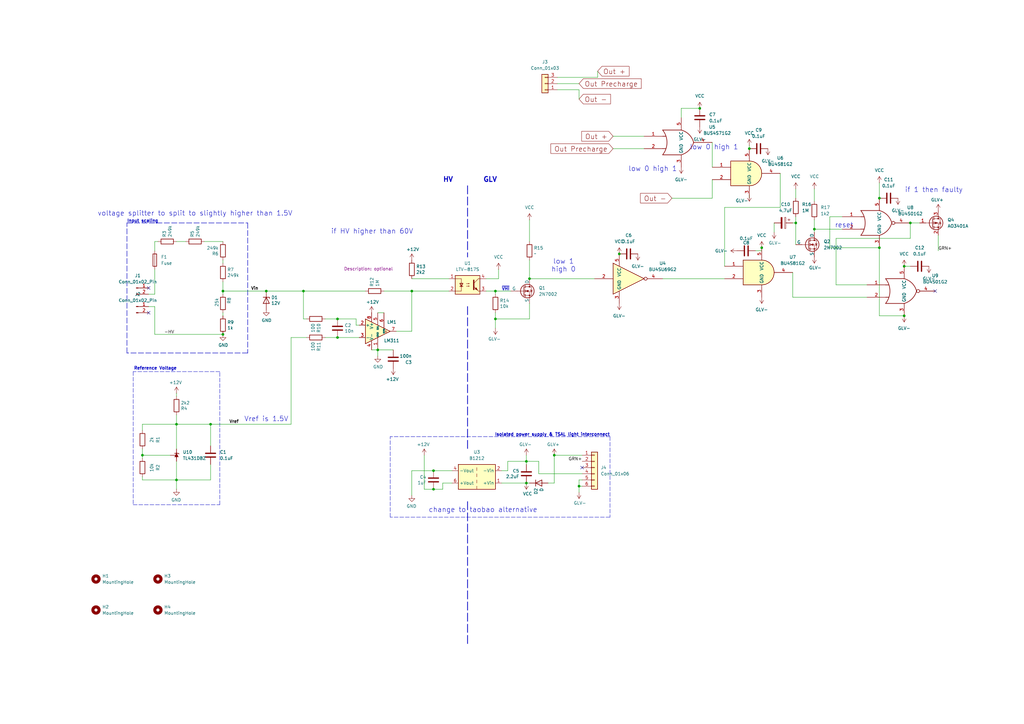
<source format=kicad_sch>
(kicad_sch (version 20250114) (generator "eeschema") (generator_version "9.0")
  (paper "A3")
  (lib_symbols
    (symbol "74xGxx:74AHC1G02"
      (property "Reference" "U" (at -2.54 3.81 0))
      (property "Value" "74AHC1G02" (at 0 -3.81 0))
      (symbol "74AHC1G02_1_1"
        (pin input line (at -15.24 2.54 0) (length 7.62) (name "~") (number "1"))
        (pin input line (at -15.24 -2.54 0) (length 7.62) (name "~") (number "2"))
        (pin power_in line (at 0 10.16 270) (length 5.08) (name "VCC") (number "5"))
        (pin power_in line (at 0 -10.16 90) (length 5.08) (name "GND") (number "3"))
        (pin output inverted (at 12.7 0 180) (length 7.62) (name "~") (number "4"))
      )
    )
    (symbol "74xGxx:74AHC1G04"
      (property "Reference" "U" (at -2.54 3.81 0))
      (property "Value" "74AHC1G04" (at 0 -3.81 0))
      (symbol "74AHC1G04_1_1"
        (pin input line (at -15.24 0 0) (length 7.62) (name "~") (number "2"))
        (pin power_in line (at -5.08 10.16 270) (length 5.08) (name "VCC") (number "5"))
        (pin power_in line (at -5.08 -10.16 90) (length 5.08) (name "GND") (number "3"))
        (pin output inverted (at 12.7 0 180) (length 7.62) (name "~") (number "4"))
      )
    )
    (symbol "74xGxx:74AHC1G08"
      (property "Reference" "U" (at -2.54 3.81 0))
      (property "Value" "74AHC1G08" (at 0 -3.81 0))
      (symbol "74AHC1G08_1_1"
        (pin input line (at -15.24 2.54 0) (length 7.62) (name "~") (number "1"))
        (pin input line (at -15.24 -2.54 0) (length 7.62) (name "~") (number "2"))
        (pin power_in line (at 0 10.16 270) (length 5.08) (name "VCC") (number "5"))
        (pin power_in line (at 0 -10.16 90) (length 5.08) (name "GND") (number "3"))
        (pin output line (at 12.7 0 180) (length 7.62) (name "~") (number "4"))
      )
    )
    (symbol "74xGxx:74AHC1G32"
      (property "Reference" "U" (at -2.54 3.81 0))
      (property "Value" "74AHC1G32" (at 0 -3.81 0))
      (symbol "74AHC1G32_1_1"
        (pin input line (at -15.24 2.54 0) (length 7.62) (name "~") (number "1"))
        (pin input line (at -15.24 -2.54 0) (length 7.62) (name "~") (number "2"))
        (pin power_in line (at 0 10.16 270) (length 5.08) (name "VCC") (number "5"))
        (pin power_in line (at 0 -10.16 90) (length 5.08) (name "GND") (number "3"))
        (pin output line (at 12.7 0 180) (length 7.62) (name "~") (number "4"))
      )
    )
    (symbol "Comparator:LM311" (pin_names (offset 0.127))
      (property "Reference" "U" (at 3.81 6.35 0))
      (property "Value" "LM311" (at 3.81 3.81 0))
      (symbol "LM311_1_1"
        (pin input line (at -7.62 2.54 0) (length 2.54) (name "+") (number "2"))
        (pin input line (at -7.62 -2.54 0) (length 2.54) (name "-") (number "3"))
        (pin power_in line (at -2.54 7.62 270) (length 3.81) (name "V+") (number "8"))
        (pin power_in line (at -2.54 -7.62 90) (length 3.81) (name "V-") (number "4"))
        (pin input line (at 0 7.62 270) (length 5.08) (name "BAL") (number "5"))
        (pin passive line (at 0 -7.62 90) (length 5.08) (name "GND") (number "1"))
        (pin input line (at 2.54 7.62 270) (length 6.35) (name "STRB") (number "6"))
        (pin open_collector line (at 7.62 0 180) (length 2.54) (name "~") (number "7"))
      )
    )
    (symbol "Connector:Conn_01x02_Pin" (pin_names (offset 1.016) (hide yes))
      (property "Reference" "J" (at 0 2.54 0))
      (property "Value" "Conn_01x02_Pin" (at 0 -5.08 0))
      (symbol "Conn_01x02_Pin_1_1"
        (pin passive line (at 5.08 0 180) (length 3.81) (name "Pin_1") (number "1"))
        (pin passive line (at 5.08 -2.54 180) (length 3.81) (name "Pin_2") (number "2"))
      )
    )
    (symbol "Connector_Generic:Conn_01x03" (pin_names (offset 1.016) (hide yes))
      (property "Reference" "J" (at 0 5.08 0))
      (property "Value" "Conn_01x03" (at 0 -5.08 0))
      (symbol "Conn_01x03_1_1"
        (pin passive line (at -5.08 2.54 0) (length 3.81) (name "Pin_1") (number "1"))
        (pin passive line (at -5.08 0 0) (length 3.81) (name "Pin_2") (number "2"))
        (pin passive line (at -5.08 -2.54 0) (length 3.81) (name "Pin_3") (number "3"))
      )
    )
    (symbol "Connector_Generic:Conn_01x06" (pin_names (offset 1.016) (hide yes))
      (property "Reference" "J" (at 0 7.62 0))
      (property "Value" "Conn_01x06" (at 0 -10.16 0))
      (symbol "Conn_01x06_1_1"
        (pin passive line (at -5.08 5.08 0) (length 3.81) (name "Pin_1") (number "1"))
        (pin passive line (at -5.08 2.54 0) (length 3.81) (name "Pin_2") (number "2"))
        (pin passive line (at -5.08 0 0) (length 3.81) (name "Pin_3") (number "3"))
        (pin passive line (at -5.08 -2.54 0) (length 3.81) (name "Pin_4") (number "4"))
        (pin passive line (at -5.08 -5.08 0) (length 3.81) (name "Pin_5") (number "5"))
        (pin passive line (at -5.08 -7.62 0) (length 3.81) (name "Pin_6") (number "6"))
      )
    )
    (symbol "Converter_DCDC:TBA2-1212"
      (property "Reference" "U" (at -6.35 6.35 0))
      (property "Value" "TBA2-1212" (at 2.54 6.35 0))
      (symbol "TBA2-1212_1_1"
        (pin power_in line (at -10.16 2.54 0) (length 2.54) (name "+Vin") (number "1"))
        (pin power_in line (at -10.16 -2.54 0) (length 2.54) (name "-Vin") (number "2"))
        (pin power_out line (at 10.16 2.54 180) (length 2.54) (name "+Vout") (number "6"))
        (pin power_out line (at 10.16 -2.54 180) (length 2.54) (name "-Vout") (number "4"))
      )
    )
    (symbol "Device:C" (pin_numbers (hide yes)) (pin_names (offset 0.254))
      (property "Reference" "C" (at 0.635 2.54 0))
      (property "Value" "C" (at 0.635 -2.54 0))
      (symbol "C_1_1"
        (pin passive line (at 0 3.81 270) (length 2.794) (name "~") (number "1"))
        (pin passive line (at 0 -3.81 90) (length 2.794) (name "~") (number "2"))
      )
    )
    (symbol "Device:C_Polarized" (pin_numbers (hide yes)) (pin_names (offset 0.254))
      (property "Reference" "C" (at 0.635 2.54 0))
      (property "Value" "C_Polarized" (at 0.635 -2.54 0))
      (symbol "C_Polarized_1_1"
        (pin passive line (at 0 3.81 270) (length 2.794) (name "~") (number "1"))
        (pin passive line (at 0 -3.81 90) (length 2.794) (name "~") (number "2"))
      )
    )
    (symbol "Device:D" (pin_numbers (hide yes)) (pin_names (offset 1.016) (hide yes))
      (property "Reference" "D" (at 0 2.54 0))
      (property "Value" "D" (at 0 -2.54 0))
      (symbol "D_1_1"
        (pin passive line (at -3.81 0 0) (length 2.54) (name "K") (number "1"))
        (pin passive line (at 3.81 0 180) (length 2.54) (name "A") (number "2"))
      )
    )
    (symbol "Device:D_Zener" (pin_numbers (hide yes)) (pin_names (offset 1.016) (hide yes))
      (property "Reference" "D" (at 0 2.54 0))
      (property "Value" "D_Zener" (at 0 -2.54 0))
      (symbol "D_Zener_1_1"
        (pin passive line (at -3.81 0 0) (length 2.54) (name "K") (number "1"))
        (pin passive line (at 3.81 0 180) (length 2.54) (name "A") (number "2"))
      )
    )
    (symbol "Device:Fuse" (pin_numbers (hide yes)) (pin_names (offset 0))
      (property "Reference" "F" (at 2.032 0 90))
      (property "Value" "Fuse" (at -1.905 0 90))
      (symbol "Fuse_1_1"
        (pin passive line (at 0 3.81 270) (length 1.27) (name "~") (number "1"))
        (pin passive line (at 0 -3.81 90) (length 1.27) (name "~") (number "2"))
      )
    )
    (symbol "Device:R" (pin_numbers (hide yes)) (pin_names (offset 0))
      (property "Reference" "R" (at 2.032 0 90))
      (property "Value" "R" (at 0 0 90))
      (symbol "R_1_1"
        (pin passive line (at 0 3.81 270) (length 1.27) (name "~") (number "1"))
        (pin passive line (at 0 -3.81 90) (length 1.27) (name "~") (number "2"))
      )
    )
    (symbol "Isolator:LTV-817S" (pin_names (offset 1.016))
      (property "Reference" "U" (at -3.81 5.08 0))
      (property "Value" "LTV-817S" (at 0 -5.08 0))
      (symbol "LTV-817S_1_1"
        (pin passive line (at -7.62 2.54 0) (length 2.54) (name "~") (number "1"))
        (pin passive line (at -7.62 -2.54 0) (length 2.54) (name "~") (number "2"))
        (pin passive line (at 7.62 2.54 180) (length 2.54) (name "~") (number "4"))
        (pin passive line (at 7.62 -2.54 180) (length 2.54) (name "~") (number "3"))
      )
    )
    (symbol "Mechanical:MountingHole" (pin_names (offset 1.016)) (exclude_from_sim yes) (in_bom no)
      (property "Reference" "H" (at 0 5.08 0))
      (property "Value" "MountingHole" (at 0 3.175 0))
    )
    (symbol "Reference_Voltage:TL431DBZ" (pin_numbers (hide yes)) (pin_names (hide yes))
      (property "Reference" "U" (at -2.54 2.54 0))
      (property "Value" "TL431DBZ" (at 0 -2.54 0))
      (symbol "TL431DBZ_1_1"
        (pin passive line (at -2.54 0 0) (length 2.54) (name "A") (number "3"))
        (pin passive line (at 0 2.54 270) (length 2.54) (name "REF") (number "2"))
        (pin passive line (at 2.54 0 180) (length 2.54) (name "K") (number "1"))
      )
    )
    (symbol "Simulation_SPICE:NMOS" (pin_numbers (hide yes)) (pin_names (offset 0))
      (property "Reference" "Q" (at 5.08 1.27 0))
      (property "Value" "NMOS" (at 5.08 -1.27 0))
      (symbol "NMOS_1_1"
        (pin input line (at -5.08 0 0) (length 2.54) (name "G") (number "2"))
        (pin passive line (at 2.54 5.08 270) (length 2.54) (name "D") (number "1"))
        (pin passive line (at 2.54 -5.08 90) (length 2.54) (name "S") (number "3"))
      )
    )
    (symbol "Transistor_FET:AO3401A" (pin_names (hide yes))
      (property "Reference" "Q" (at 5.08 1.905 0))
      (property "Value" "AO3401A" (at 5.08 0 0))
      (symbol "AO3401A_1_1"
        (pin input line (at -5.08 0 0) (length 2.54) (name "G") (number "1"))
        (pin passive line (at 2.54 5.08 270) (length 2.54) (name "D") (number "3"))
        (pin passive line (at 2.54 -5.08 90) (length 2.54) (name "S") (number "2"))
      )
    )
    (symbol "power-symbol-library:GLV+" (power) (pin_names (offset 0))
      (property "Value" "GLV+" (at 0 3.81 0))
      (symbol "GLV+_1_1"
        (pin power_in line (at 0 0 90) (length 0) (hide yes) (name "GLV+") (number "1"))
      )
    )
    (symbol "power-symbol-library:GLV-" (power) (pin_names (offset 0))
      (property "Value" "GLV-" (at 0 3.81 0))
      (symbol "GLV-_1_1"
        (pin power_in line (at 0 0 90) (length 0) (hide yes) (name "GLV-") (number "1"))
      )
    )
    (symbol "power:+12V" (power) (pin_numbers (hide yes)) (pin_names (offset 0) (hide yes))
      (property "Value" "+12V" (at 0 3.556 0))
      (symbol "+12V_1_1"
        (pin power_in line (at 0 0 90) (length 0) (name "~") (number "1"))
      )
    )
    (symbol "power:GND" (power) (pin_numbers (hide yes)) (pin_names (offset 0) (hide yes))
      (property "Value" "GND" (at 0 -3.81 0))
      (symbol "GND_1_1"
        (pin power_in line (at 0 0 270) (length 0) (name "~") (number "1"))
      )
    )
    (symbol "power:VCC" (power) (pin_numbers (hide yes)) (pin_names (offset 0) (hide yes))
      (property "Value" "VCC" (at 0 3.556 0))
      (symbol "VCC_1_1"
        (pin power_in line (at 0 0 90) (length 0) (name "~") (number "1"))
      )
    )
  )
  (text "low 0 high 1\n" (at 267.716 69.342 0) (effects (font (size 2.0066 2.0066))))
  (text "GLV" (at 198.12 74.93 0) (effects (font (size 2.0066 2.0066) (thickness 0.4013) (bold yes)) (justify left bottom)))
  (text "change to taobao alternative\n\n" (at 198.12 210.82 0) (effects (font (size 2.0066 2.0066))))
  (text "if HV higher than 60V " (at 153.416 94.996 0) (effects (font (size 2.0066 2.0066))))
  (text "HV" (at 181.61 74.93 0) (effects (font (size 2.0066 2.0066) (thickness 0.4013) (bold yes)) (justify left bottom)))
  (text "low 1\nhigh 0\n" (at 231.14 108.966 0) (effects (font (size 2.0066 2.0066))))
  (text "reset\n" (at 346.202 92.456 0) (effects (font (size 2.0066 2.0066))))
  (text "Vref is 1.5V\n" (at 109.22 171.958 0) (effects (font (size 2.0066 2.0066))))
  (text "Isolated power supply & TSAL light interconnect" (at 250.19 179.07 0) (effects (font (size 1.27 1.27) (thickness 0.254) (bold yes)) (justify right bottom)))
  (text "~{VHI}" (at 205.74 119.38 0) (effects (font (size 1.27 1.27) (thickness 0.254) (bold yes)) (justify left bottom)))
  (text "low 0 high 1\n" (at 292.862 60.452 0) (effects (font (size 2.0066 2.0066))))
  (text "Reference Voltage" (at 54.864 151.892 0) (effects (font (size 1.27 1.27) (thickness 0.254) (bold yes)) (justify left bottom)))
  (text "Input scaling" (at 52.07 91.44 0) (effects (font (size 1.27 1.27) (thickness 0.254) (bold yes)) (justify left bottom)))
  (text "voltage splitter to split to slightly higher than 1.5V" (at 80.01 87.63 0) (effects (font (size 2.0066 2.0066))))
  (text "if 1 then faulty\n" (at 383.032 77.978 0) (effects (font (size 2.0066 2.0066))))
  (junction (at 254 104.14))
  (junction (at 334.01 93.98))
  (junction (at 370.84 109.22))
  (junction (at 58.42 186.69))
  (junction (at 373.38 91.44))
  (junction (at 215.9 189.23))
  (junction (at 215.9 198.12))
  (junction (at 177.8 200.66))
  (junction (at 370.84 129.54))
  (junction (at 72.39 196.85))
  (junction (at 138.43 138.43))
  (junction (at 217.17 114.3))
  (junction (at 154.94 143.51))
  (junction (at 203.2 130.81))
  (junction (at 168.91 119.38))
  (junction (at 237.49 199.39))
  (junction (at 91.44 137.16))
  (junction (at 177.8 193.04))
  (junction (at 312.42 101.6))
  (junction (at 227.33 186.69))
  (junction (at 72.39 173.99))
  (junction (at 138.43 130.81))
  (junction (at 203.2 119.38))
  (junction (at 360.68 81.28))
  (junction (at 124.46 119.38))
  (junction (at 91.44 119.38))
  (junction (at 287.02 44.45))
  (junction (at 307.34 60.96))
  (junction (at 360.68 101.6))
  (junction (at 326.39 91.44))
  (junction (at 109.22 119.38))
  (junction (at 86.36 173.99))
  (no_connect (at 60.96 118.11))
  (no_connect (at 383.54 119.38))
  (no_connect (at 60.96 128.27))
  (no_connect (at 238.76 191.77))
  (wire (pts (xy 119.38 138.43) (xy 119.38 173.99)))
  (wire (pts (xy 227.33 186.69) (xy 227.33 198.12)))
  (wire (pts (xy 297.18 85.09) (xy 297.18 109.22)))
  (wire (pts (xy 204.47 110.49) (xy 204.47 114.3)))
  (wire (pts (xy 237.49 34.29) (xy 228.6 34.29)))
  (wire (pts (xy 320.04 85.09) (xy 297.18 85.09)))
  (wire (pts (xy 217.17 106.68) (xy 217.17 114.3)))
  (wire (pts (xy 340.36 101.6) (xy 360.68 101.6)))
  (wire (pts (xy 91.44 120.65) (xy 91.44 119.38)))
  (wire (pts (xy 245.11 29.21) (xy 245.11 31.75)))
  (polyline (pts (xy 90.17 207.01) (xy 90.17 152.4)) (stroke (width 0) (type dash)))
  (wire (pts (xy 72.39 189.23) (xy 72.39 196.85)))
  (polyline (pts (xy 191.77 205.74) (xy 191.77 264.16)) (stroke (width 0.3048) (type dash)))
  (wire (pts (xy 147.32 133.35) (xy 146.05 133.35)))
  (polyline (pts (xy 52.07 144.78) (xy 52.07 91.44)) (stroke (width 0.2032) (type dash)))
  (wire (pts (xy 325.12 91.44) (xy 326.39 91.44)))
  (polyline (pts (xy 160.02 212.09) (xy 160.02 179.07)) (stroke (width 0) (type dash)))
  (polyline (pts (xy 191.77 76.2) (xy 191.77 105.41)) (stroke (width 0.3048) (type dash)))
  (wire (pts (xy 334.01 93.98) (xy 345.44 93.98)))
  (polyline (pts (xy 191.77 125.73) (xy 191.77 184.15)) (stroke (width 0.3048) (type dash)))
  (wire (pts (xy 168.91 203.2) (xy 168.91 193.04)))
  (wire (pts (xy 217.17 130.81) (xy 203.2 130.81)))
  (wire (pts (xy 237.49 36.83) (xy 228.6 36.83)))
  (wire (pts (xy 63.5 125.73) (xy 63.5 137.16)))
  (wire (pts (xy 279.4 44.45) (xy 287.02 44.45)))
  (wire (pts (xy 384.81 102.87) (xy 384.81 96.52)))
  (wire (pts (xy 146.05 133.35) (xy 146.05 130.81)))
  (polyline (pts (xy 250.19 212.09) (xy 160.02 212.09)) (stroke (width 0) (type dash)))
  (wire (pts (xy 203.2 128.27) (xy 203.2 130.81)))
  (wire (pts (xy 217.17 124.46) (xy 217.17 130.81)))
  (wire (pts (xy 124.46 130.81) (xy 125.73 130.81)))
  (wire (pts (xy 146.05 130.81) (xy 138.43 130.81)))
  (wire (pts (xy 91.44 128.27) (xy 91.44 129.54)))
  (wire (pts (xy 138.43 138.43) (xy 147.32 138.43)))
  (wire (pts (xy 204.47 114.3) (xy 199.39 114.3)))
  (wire (pts (xy 360.68 74.93) (xy 360.68 81.28)))
  (wire (pts (xy 124.46 119.38) (xy 124.46 130.81)))
  (wire (pts (xy 292.1 58.42) (xy 292.1 68.58)))
  (wire (pts (xy 72.39 173.99) (xy 72.39 184.15)))
  (polyline (pts (xy 52.07 91.44) (xy 101.6 91.44)) (stroke (width 0.2032) (type dash)))
  (wire (pts (xy 91.44 119.38) (xy 109.22 119.38)))
  (polyline (pts (xy 250.19 179.07) (xy 160.02 179.07)) (stroke (width 0) (type dash)))
  (wire (pts (xy 168.91 135.89) (xy 162.56 135.89)))
  (wire (pts (xy 279.4 44.45) (xy 279.4 48.26)))
  (wire (pts (xy 237.49 196.85) (xy 237.49 199.39)))
  (wire (pts (xy 217.17 114.3) (xy 243.84 114.3)))
  (wire (pts (xy 326.39 88.9) (xy 326.39 91.44)))
  (wire (pts (xy 181.61 200.66) (xy 177.8 200.66)))
  (wire (pts (xy 217.17 198.12) (xy 215.9 198.12)))
  (wire (pts (xy 72.39 173.99) (xy 86.36 173.99)))
  (wire (pts (xy 58.42 173.99) (xy 58.42 176.53)))
  (wire (pts (xy 373.38 97.79) (xy 373.38 91.44)))
  (wire (pts (xy 320.04 71.12) (xy 320.04 85.09)))
  (polyline (pts (xy 90.17 152.4) (xy 54.61 152.4)) (stroke (width 0) (type dash)))
  (wire (pts (xy 168.91 193.04) (xy 177.8 193.04)))
  (wire (pts (xy 133.35 138.43) (xy 138.43 138.43)))
  (wire (pts (xy 326.39 91.44) (xy 326.39 100.33)))
  (wire (pts (xy 203.2 130.81) (xy 203.2 134.62)))
  (wire (pts (xy 203.2 119.38) (xy 203.2 120.65)))
  (wire (pts (xy 63.5 102.87) (xy 63.5 99.06)))
  (wire (pts (xy 326.39 77.47) (xy 326.39 81.28)))
  (wire (pts (xy 292.1 81.28) (xy 292.1 73.66)))
  (wire (pts (xy 86.36 196.85) (xy 72.39 196.85)))
  (wire (pts (xy 86.36 173.99) (xy 86.36 182.88)))
  (wire (pts (xy 72.39 99.06) (xy 76.2 99.06)))
  (wire (pts (xy 342.9 97.79) (xy 342.9 116.84)))
  (wire (pts (xy 63.5 110.49) (xy 63.5 120.65)))
  (wire (pts (xy 72.39 196.85) (xy 72.39 200.66)))
  (wire (pts (xy 152.4 143.51) (xy 154.94 143.51)))
  (wire (pts (xy 58.42 196.85) (xy 58.42 195.58)))
  (wire (pts (xy 345.44 88.9) (xy 340.36 88.9)))
  (wire (pts (xy 208.28 189.23) (xy 208.28 193.04)))
  (wire (pts (xy 203.2 119.38) (xy 209.55 119.38)))
  (wire (pts (xy 227.33 198.12) (xy 224.79 198.12)))
  (wire (pts (xy 58.42 184.15) (xy 58.42 186.69)))
  (wire (pts (xy 373.38 91.44) (xy 377.19 91.44)))
  (wire (pts (xy 340.36 88.9) (xy 340.36 101.6)))
  (wire (pts (xy 215.9 189.23) (xy 215.9 190.5)))
  (wire (pts (xy 86.36 190.5) (xy 86.36 196.85)))
  (wire (pts (xy 217.17 90.17) (xy 217.17 99.06)))
  (wire (pts (xy 334.01 90.17) (xy 334.01 93.98)))
  (wire (pts (xy 245.11 31.75) (xy 228.6 31.75)))
  (wire (pts (xy 203.2 119.38) (xy 199.39 119.38)))
  (wire (pts (xy 271.78 114.3) (xy 297.18 114.3)))
  (wire (pts (xy 325.12 121.92) (xy 325.12 111.76)))
  (wire (pts (xy 373.38 109.22) (xy 370.84 109.22)))
  (wire (pts (xy 177.8 200.66) (xy 173.99 200.66)))
  (wire (pts (xy 91.44 115.57) (xy 91.44 119.38)))
  (wire (pts (xy 220.98 189.23) (xy 215.9 189.23)))
  (wire (pts (xy 251.46 55.88) (xy 264.16 55.88)))
  (wire (pts (xy 238.76 196.85) (xy 237.49 196.85)))
  (wire (pts (xy 63.5 125.73) (xy 60.96 125.73)))
  (wire (pts (xy 72.39 170.18) (xy 72.39 173.99)))
  (wire (pts (xy 173.99 186.69) (xy 173.99 200.66)))
  (wire (pts (xy 227.33 186.69) (xy 238.76 186.69)))
  (wire (pts (xy 168.91 119.38) (xy 184.15 119.38)))
  (wire (pts (xy 157.48 128.27) (xy 154.94 128.27)))
  (wire (pts (xy 119.38 138.43) (xy 125.73 138.43)))
  (wire (pts (xy 325.12 121.92) (xy 355.6 121.92)))
  (wire (pts (xy 215.9 189.23) (xy 208.28 189.23)))
  (wire (pts (xy 181.61 198.12) (xy 185.42 198.12)))
  (wire (pts (xy 86.36 173.99) (xy 119.38 173.99)))
  (polyline (pts (xy 250.19 179.07) (xy 250.19 212.09)) (stroke (width 0) (type dash)))
  (wire (pts (xy 138.43 130.81) (xy 133.35 130.81)))
  (wire (pts (xy 60.96 120.65) (xy 63.5 120.65)))
  (wire (pts (xy 360.68 129.54) (xy 370.84 129.54)))
  (polyline (pts (xy 101.6 144.78) (xy 52.07 144.78)) (stroke (width 0.2032) (type dash)))
  (wire (pts (xy 307.34 80.01) (xy 307.34 81.28)))
  (wire (pts (xy 208.28 193.04) (xy 205.74 193.04)))
  (wire (pts (xy 58.42 196.85) (xy 72.39 196.85)))
  (wire (pts (xy 342.9 116.84) (xy 355.6 116.84)))
  (wire (pts (xy 307.34 59.69) (xy 307.34 60.96)))
  (wire (pts (xy 124.46 119.38) (xy 149.86 119.38)))
  (wire (pts (xy 238.76 199.39) (xy 237.49 199.39)))
  (wire (pts (xy 157.48 119.38) (xy 168.91 119.38)))
  (wire (pts (xy 205.74 198.12) (xy 215.9 198.12)))
  (wire (pts (xy 251.46 60.96) (xy 264.16 60.96)))
  (wire (pts (xy 237.49 199.39) (xy 237.49 201.93)))
  (wire (pts (xy 317.5 95.25) (xy 317.5 91.44)))
  (polyline (pts (xy 101.6 91.44) (xy 101.6 144.78)) (stroke (width 0.2032) (type dash)))
  (wire (pts (xy 177.8 193.04) (xy 185.42 193.04)))
  (wire (pts (xy 109.22 119.38) (xy 124.46 119.38)))
  (wire (pts (xy 83.82 99.06) (xy 91.44 99.06)))
  (wire (pts (xy 309.88 102.87) (xy 312.42 102.87)))
  (wire (pts (xy 181.61 200.66) (xy 181.61 198.12)))
  (wire (pts (xy 342.9 97.79) (xy 373.38 97.79)))
  (wire (pts (xy 220.98 194.31) (xy 220.98 189.23)))
  (wire (pts (xy 360.68 101.6) (xy 360.68 129.54)))
  (wire (pts (xy 238.76 194.31) (xy 220.98 194.31)))
  (wire (pts (xy 237.49 40.64) (xy 237.49 36.83)))
  (wire (pts (xy 58.42 186.69) (xy 69.85 186.69)))
  (wire (pts (xy 312.42 102.87) (xy 312.42 101.6)))
  (wire (pts (xy 275.59 81.28) (xy 292.1 81.28)))
  (polyline (pts (xy 54.61 152.4) (xy 54.61 207.01)) (stroke (width 0) (type dash)))
  (wire (pts (xy 58.42 173.99) (xy 72.39 173.99)))
  (wire (pts (xy 168.91 114.3) (xy 184.15 114.3)))
  (wire (pts (xy 334.01 93.98) (xy 334.01 95.25)))
  (wire (pts (xy 72.39 162.56) (xy 72.39 161.29)))
  (wire (pts (xy 215.9 186.69) (xy 215.9 189.23)))
  (wire (pts (xy 63.5 137.16) (xy 91.44 137.16)))
  (polyline (pts (xy 54.61 207.01) (xy 90.17 207.01)) (stroke (width 0) (type dash)))
  (wire (pts (xy 91.44 106.68) (xy 91.44 107.95)))
  (wire (pts (xy 334.01 77.47) (xy 334.01 82.55)))
  (wire (pts (xy 63.5 99.06) (xy 64.77 99.06)))
  (wire (pts (xy 154.94 143.51) (xy 154.94 146.05)))
  (wire (pts (xy 154.94 143.51) (xy 161.29 143.51)))
  (wire (pts (xy 168.91 135.89) (xy 168.91 119.38)))
  (wire (pts (xy 58.42 186.69) (xy 58.42 187.96)))
  (label "GRN+" (at 384.81 102.87 0))
  (label "-HV" (at 67.31 137.16 0))
  (label "Vin" (at 102.87 119.38 0) (effects (font (thickness 0.254) (bold yes))))
  (label "GRN+" (at 238.76 189.23 180))
  (label "Vref" (at 93.98 173.99 0) (effects (font (thickness 0.254) (bold yes))))
  (global_label "Out Precharge" (shape input) (at 251.46 60.96 180) (effects (font (size 2.0066 2.0066))) (property "Intersheetrefs" "${INTERSHEET_REFS}" (effects (hide yes))))
  (global_label "Out Precharge" (shape input) (at 237.49 34.29 0) (effects (font (size 2.0066 2.0066))) (property "Intersheetrefs" "${INTERSHEET_REFS}" (effects (hide yes))))
  (global_label "Out -" (shape input) (at 275.59 81.28 180) (effects (font (size 2.0066 2.0066))) (property "Intersheetrefs" "${INTERSHEET_REFS}" (effects (hide yes))))
  (global_label "Out +" (shape input) (at 245.11 29.21 0) (effects (font (size 2.0066 2.0066))) (property "Intersheetrefs" "${INTERSHEET_REFS}" (effects (hide yes))))
  (global_label "Out +" (shape input) (at 251.46 55.88 180) (effects (font (size 2.0066 2.0066))) (property "Intersheetrefs" "${INTERSHEET_REFS}" (effects (hide yes))))
  (global_label "Out -" (shape input) (at 237.49 40.64 0) (effects (font (size 2.0066 2.0066))) (property "Intersheetrefs" "${INTERSHEET_REFS}" (effects (hide yes))))
  (symbol (lib_id "Mechanical:MountingHole") (at 39.37 237.49 0) (unit 1) (exclude_from_sim yes) (in_bom no)
    (property "Reference" "H1" (at 41.91 236.2199 0) (effects (justify left)))
    (property "Value" "MountingHole" (at 41.91 238.7599 0) (effects (justify left)))
    (property "Footprint" "MountingHole:MountingHole_3.2mm_M3" (effects (hide yes)))
    (property "Description" "Mounting Hole without connection" (effects (hide yes)))
  )
  (symbol (lib_id "power:VCC") (at 254 104.14 0) (unit 1)
    (property "Reference" "#PWR018" (effects (hide yes)))
    (property "Value" "VCC" (at 254 99.06 0))
    (property "Description" "Power symbol creates a global label with name \"VCC\"" (effects (hide yes)))
  )
  (symbol (lib_id "power-symbol-library:GLV-") (at 370.84 129.54 180) (unit 1)
    (property "Reference" "#PWR037" (effects (hide yes)))
    (property "Value" "GLV-" (at 370.84 134.62 0))
  )
  (symbol (lib_id "power:VCC") (at 217.17 90.17 0) (unit 1)
    (property "Reference" "#PWR015" (effects (hide yes)))
    (property "Value" "VCC" (at 217.17 85.09 0))
    (property "Description" "Power symbol creates a global label with name \"VCC\"" (effects (hide yes)))
  )
  (symbol (lib_id "power-symbol-library:GLV-") (at 261.62 104.14 180) (unit 1)
    (property "Reference" "#PWR020" (effects (hide yes)))
    (property "Value" "GLV-" (at 261.62 109.22 0))
  )
  (symbol (lib_id "Connector:Conn_01x02_Pin") (at 55.88 125.73 0) (unit 1)
    (property "Reference" "J2" (at 56.515 120.65 0))
    (property "Value" "Conn_01x02_Pin" (at 56.515 123.19 0))
    (property "Footprint" "Connector_AMASS:AMASS_XT60-M_1x02_P7.20mm_Vertical" (effects (hide yes)))
    (property "Description" "Generic connector, single row, 01x02, script generated" (effects (hide yes)))
  )
  (symbol (lib_id "power:VCC") (at 312.42 101.6 0) (unit 1)
    (property "Reference" "#PWR027" (effects (hide yes)))
    (property "Value" "VCC" (at 312.42 96.52 0))
    (property "Description" "Power symbol creates a global label with name \"VCC\"" (effects (hide yes)))
  )
  (symbol (lib_id "power:VCC") (at 287.02 44.45 0) (unit 1)
    (property "Reference" "#PWR022" (effects (hide yes)))
    (property "Value" "VCC" (at 287.02 39.37 0))
    (property "Description" "Power symbol creates a global label with name \"VCC\"" (effects (hide yes)))
  )
  (symbol (lib_id "Device:R") (at 58.42 180.34 0) (unit 1)
    (property "Reference" "R1" (at 64.77 180.34 90))
    (property "Value" "2k" (at 62.23 180.34 90))
    (property "Footprint" "Resistor_SMD:R_0805_2012Metric_Pad1.20x1.40mm_HandSolder" (effects (hide yes)))
    (property "Description" "Resistor" (effects (hide yes)))
  )
  (symbol (lib_id "power:VCC") (at 326.39 77.47 0) (unit 1)
    (property "Reference" "#PWR031" (effects (hide yes)))
    (property "Value" "VCC" (at 326.39 72.39 0))
    (property "Description" "Power symbol creates a global label with name \"VCC\"" (effects (hide yes)))
  )
  (symbol (lib_id "Device:D") (at 220.98 198.12 0) (mirror x) (unit 1)
    (property "Reference" "D2" (at 219.8116 200.1266 90) (effects (justify left)))
    (property "Value" "D" (at 222.123 200.1266 90) (effects (justify left)))
    (property "Footprint" "Diode_SMD:D_SMA" (effects (hide yes)))
  )
  (symbol (lib_id "power-symbol-library:GLV-") (at 317.5 95.25 0) (mirror x) (unit 1)
    (property "Reference" "#PWR030" (effects (hide yes)))
    (property "Value" "GLV-" (at 317.881 99.6442 0))
  )
  (symbol (lib_id "Device:R") (at 168.91 110.49 0) (unit 1)
    (property "Reference" "R13" (at 170.688 109.3216 0) (effects (justify left)))
    (property "Value" "2k2" (at 170.688 111.633 0) (effects (justify left)))
    (property "Footprint" "Resistor_SMD:R_0805_2012Metric_Pad1.20x1.40mm_HandSolder" (effects (hide yes)))
  )
  (symbol (lib_id "power-symbol-library:GLV-") (at 215.9 186.69 0) (mirror y) (unit 1)
    (property "Reference" "#PWR013" (effects (hide yes)))
    (property "Value" "GLV-" (at 215.519 182.2958 0))
  )
  (symbol (lib_id "power:GND") (at 72.39 200.66 0) (mirror y) (unit 1)
    (property "Reference" "#PWR02" (effects (hide yes)))
    (property "Value" "GND" (at 72.263 205.0542 0))
  )
  (symbol (lib_id "Device:C") (at 257.81 104.14 270) (unit 1)
    (property "Reference" "C6" (at 257.81 96.52 90))
    (property "Value" "0.1uF" (at 257.81 99.06 90))
    (property "Footprint" "Capacitor_SMD:C_0805_2012Metric_Pad1.18x1.45mm_HandSolder" (effects (hide yes)))
    (property "Description" "Unpolarized capacitor" (effects (hide yes)))
  )
  (symbol (lib_id "power:VCC") (at 204.47 110.49 0) (unit 1)
    (property "Reference" "#PWR012" (effects (hide yes)))
    (property "Value" "VCC" (at 204.47 105.41 0))
    (property "Description" "Power symbol creates a global label with name \"VCC\"" (effects (hide yes)))
  )
  (symbol (lib_id "power-symbol-library:GLV-") (at 287.02 52.07 180) (unit 1)
    (property "Reference" "#PWR023" (effects (hide yes)))
    (property "Value" "GLV-" (at 287.02 57.15 0))
  )
  (symbol (lib_id "Device:C") (at 161.29 147.32 180) (unit 1)
    (property "Reference" "C3" (at 168.91 148.59 0) (effects (justify left)))
    (property "Value" "100n" (at 168.91 146.05 0) (effects (justify left)))
    (property "Footprint" "Capacitor_SMD:C_0805_2012Metric_Pad1.18x1.45mm_HandSolder" (effects (hide yes)))
  )
  (symbol (lib_id "power-symbol-library:GLV-") (at 254 124.46 180) (unit 1)
    (property "Reference" "#PWR019" (effects (hide yes)))
    (property "Value" "GLV-" (at 254 129.54 0))
  )
  (symbol (lib_id "Connector:Conn_01x02_Pin") (at 55.88 118.11 0) (unit 1)
    (property "Reference" "J1" (at 56.515 113.03 0))
    (property "Value" "Conn_01x02_Pin" (at 56.515 115.57 0))
    (property "Footprint" "Connector_AMASS:AMASS_XT60-M_1x02_P7.20mm_Vertical" (effects (hide yes)))
    (property "Description" "Generic connector, single row, 01x02, script generated" (effects (hide yes)))
  )
  (symbol (lib_id "74xGxx:74AHC1G08") (at 307.34 71.12 0) (unit 1)
    (property "Reference" "U6" (at 320.04 64.8014 0))
    (property "Value" "BU4S81G2" (at 320.04 67.3414 0))
    (property "Footprint" "Package_TO_SOT_SMD:SOT-23-5_HandSoldering" (effects (hide yes)))
    (property "Datasheet" "https://fscdn.rohm.com/en/products/databook/datasheet/ic/logic_switch/standard_logic/bu4s81g2-e.pdf" (effects (hide yes)))
    (property "Description" "Single AND Gate, Low-Voltage CMOS" (effects (hide yes)))
  )
  (symbol (lib_id "Comparator:LM311") (at 154.94 135.89 0) (unit 1)
    (property "Reference" "LM1" (at 158.75 132.08 0) (effects (justify left)))
    (property "Value" "LM311" (at 157.48 139.7 0) (effects (justify left)))
    (property "Footprint" "Package_SO:SOIC-8_3.9x4.9mm_P1.27mm" (effects (hide yes)))
    (property "Datasheet" "http://www.ti.com/lit/ds/symlink/lm311.pdf" (effects (hide yes)))
  )
  (symbol (lib_id "Device:D_Zener") (at 109.22 123.19 270) (unit 1)
    (property "Reference" "D1" (at 111.2266 122.0216 90) (effects (justify left)))
    (property "Value" "12V" (at 111.2266 124.333 90) (effects (justify left)))
    (property "Footprint" "Diode_THT:D_DO-35_SOD27_P7.62mm_Horizontal" (effects (hide yes)))
  )
  (symbol (lib_id "power-symbol-library:GLV+") (at 384.81 86.36 0) (mirror y) (unit 1)
    (property "Reference" "#PWR039" (effects (hide yes)))
    (property "Value" "GLV+" (at 384.429 81.9658 0))
  )
  (symbol (lib_id "Device:R") (at 334.01 86.36 0) (unit 1)
    (property "Reference" "R17" (at 336.55 85.0899 0) (effects (justify left)))
    (property "Value" "1k2" (at 336.55 87.6299 0) (effects (justify left)))
    (property "Footprint" "Resistor_SMD:R_0805_2012Metric_Pad1.20x1.40mm_HandSolder" (effects (hide yes)))
    (property "Description" "Resistor" (effects (hide yes)))
  )
  (symbol (lib_id "Device:R") (at 326.39 85.09 0) (unit 1)
    (property "Reference" "R16" (at 328.93 83.8199 0) (effects (justify left)))
    (property "Value" "1M" (at 328.93 86.3599 0) (effects (justify left)))
    (property "Footprint" "Resistor_SMD:R_0805_2012Metric_Pad1.20x1.40mm_HandSolder" (effects (hide yes)))
    (property "Description" "Resistor" (effects (hide yes)))
  )
  (symbol (lib_id "power:+12V") (at 152.4 128.27 0) (unit 1)
    (property "Reference" "#PWR05" (effects (hide yes)))
    (property "Value" "+12V" (at 152.781 123.8758 0))
  )
  (symbol (lib_id "Simulation_SPICE:NMOS") (at 331.47 100.33 0) (unit 1)
    (property "Reference" "Q2" (at 337.82 99.0599 0) (effects (justify left)))
    (property "Value" "2N7002" (at 337.82 101.5999 0) (effects (justify left)))
    (property "Footprint" "Package_TO_SOT_SMD:SOT-23_Handsoldering" (effects (hide yes)))
    (property "Datasheet" "https://ngspice.sourceforge.io/docs/ngspice-html-manual/manual.xhtml#cha_MOSFETs" (effects (hide yes)))
    (property "Description" "N-MOSFET transistor, drain/source/gate" (effects (hide yes)))
    (property "Sim.Device" "NMOS" (effects (hide yes)))
    (property "Sim.Type" "VDMOS" (effects (hide yes)))
    (property "Sim.Pins" "1=D 2=G 3=S" (effects (hide yes)))
  )
  (symbol (lib_id "power:GND") (at 91.44 137.16 0) (unit 1)
    (property "Reference" "#PWR03" (effects (hide yes)))
    (property "Value" "GND" (at 91.567 141.5542 0))
  )
  (symbol (lib_id "power-symbol-library:GLV-") (at 237.49 201.93 0) (mirror x) (unit 1)
    (property "Reference" "#PWR017" (effects (hide yes)))
    (property "Value" "GLV-" (at 237.871 206.3242 0))
  )
  (symbol (lib_id "Device:R") (at 91.44 111.76 0) (unit 1)
    (property "Reference" "R7" (at 93.218 110.5916 0) (effects (justify left)))
    (property "Value" "249k" (at 93.218 112.903 0) (effects (justify left)))
    (property "Footprint" "Resistor_SMD:R_0805_2012Metric_Pad1.20x1.40mm_HandSolder" (effects (hide yes)))
  )
  (symbol (lib_id "power-symbol-library:GLV-") (at 312.42 121.92 180) (unit 1)
    (property "Reference" "#PWR028" (effects (hide yes)))
    (property "Value" "GLV-" (at 312.42 127 0))
  )
  (symbol (lib_id "74xGxx:74AHC1G02") (at 360.68 91.44 0) (unit 1)
    (property "Reference" "U8" (at 373.38 85.1214 0))
    (property "Value" "BU4S01G2" (at 373.38 87.6614 0))
    (property "Footprint" "Package_TO_SOT_SMD:SOT-23-5_HandSoldering" (effects (hide yes)))
    (property "Datasheet" "https://fscdn.rohm.com/en/products/databook/datasheet/ic/logic_switch/standard_logic/bu4s01g2tr-e.pdf" (effects (hide yes)))
    (property "Description" "Single NOR Gate, Low-Voltage CMOS" (effects (hide yes)))
  )
  (symbol (lib_id "Device:C") (at 86.36 186.69 0) (unit 1)
    (property "Reference" "C1" (at 90.17 185.4199 0) (effects (justify left)))
    (property "Value" "0.1uF" (at 90.17 187.9599 0) (effects (justify left)))
    (property "Footprint" "Capacitor_SMD:C_0805_2012Metric_Pad1.18x1.45mm_HandSolder" (effects (hide yes)))
    (property "Description" "Unpolarized capacitor" (effects (hide yes)))
  )
  (symbol (lib_id "Device:C") (at 311.15 60.96 270) (unit 1)
    (property "Reference" "C9" (at 311.15 53.34 90))
    (property "Value" "0.1uF" (at 311.15 55.88 90))
    (property "Footprint" "Capacitor_SMD:C_0805_2012Metric_Pad1.18x1.45mm_HandSolder" (effects (hide yes)))
    (property "Description" "Unpolarized capacitor" (effects (hide yes)))
  )
  (symbol (lib_id "74xGxx:74AHC1G08") (at 312.42 111.76 0) (unit 1)
    (property "Reference" "U7" (at 325.12 105.4414 0))
    (property "Value" "BU4S81G2" (at 325.12 107.9814 0))
    (property "Footprint" "Package_TO_SOT_SMD:SOT-23-5_HandSoldering" (effects (hide yes)))
    (property "Datasheet" "https://fscdn.rohm.com/en/products/databook/datasheet/ic/logic_switch/standard_logic/bu4s81g2-e.pdf" (effects (hide yes)))
    (property "Description" "Single AND Gate, Low-Voltage CMOS" (effects (hide yes)))
  )
  (symbol (lib_id "power:+12V") (at 72.39 161.29 0) (mirror y) (unit 1)
    (property "Reference" "#PWR01" (effects (hide yes)))
    (property "Value" "+12V" (at 72.009 156.8958 0))
  )
  (symbol (lib_id "Device:C") (at 287.02 48.26 180) (unit 1)
    (property "Reference" "C7" (at 290.83 46.9899 0) (effects (justify right)))
    (property "Value" "0.1uF" (at 290.83 49.5299 0) (effects (justify right)))
    (property "Footprint" "Capacitor_SMD:C_0805_2012Metric_Pad1.18x1.45mm_HandSolder" (effects (hide yes)))
    (property "Description" "Unpolarized capacitor" (effects (hide yes)))
  )
  (symbol (lib_id "Device:R") (at 68.58 99.06 90) (unit 1)
    (property "Reference" "R3" (at 67.4116 97.282 0) (effects (justify left)))
    (property "Value" "249k" (at 69.723 97.282 0) (effects (justify left)))
    (property "Footprint" "Resistor_SMD:R_0805_2012Metric_Pad1.20x1.40mm_HandSolder" (effects (hide yes)))
  )
  (symbol (lib_id "Device:R") (at 72.39 166.37 0) (mirror x) (unit 1)
    (property "Reference" "R4" (at 74.168 167.5384 0) (effects (justify left)))
    (property "Value" "2k2" (at 74.168 165.227 0) (effects (justify left)))
    (property "Footprint" "Resistor_SMD:R_0805_2012Metric_Pad1.20x1.40mm_HandSolder" (effects (hide yes)))
  )
  (symbol (lib_id "power-symbol-library:GLV-") (at 334.01 105.41 0) (mirror x) (unit 1)
    (property "Reference" "#PWR033" (effects (hide yes)))
    (property "Value" "GLV-" (at 334.391 109.8042 0))
  )
  (symbol (lib_id "power:VCC") (at 215.9 198.12 0) (mirror x) (unit 1)
    (property "Reference" "#PWR014" (effects (hide yes)))
    (property "Value" "VCC" (at 216.3572 202.5142 0))
  )
  (symbol (lib_id "power:+12V") (at 168.91 106.68 0) (unit 1)
    (property "Reference" "#PWR08" (effects (hide yes)))
    (property "Value" "+12V" (at 169.291 102.2858 0))
  )
  (symbol (lib_id "power:VCC") (at 360.68 74.93 0) (unit 1)
    (property "Reference" "#PWR034" (effects (hide yes)))
    (property "Value" "VCC" (at 360.68 69.85 0))
    (property "Description" "Power symbol creates a global label with name \"VCC\"" (effects (hide yes)))
  )
  (symbol (lib_id "Device:R") (at 129.54 130.81 270) (unit 1)
    (property "Reference" "R10" (at 130.7084 132.588 0) (effects (justify left)))
    (property "Value" "100" (at 128.397 132.588 0) (effects (justify left)))
    (property "Footprint" "Resistor_SMD:R_0805_2012Metric_Pad1.20x1.40mm_HandSolder" (effects (hide yes)))
  )
  (symbol (lib_id "power-symbol-library:GLV+") (at 227.33 186.69 0) (mirror y) (unit 1)
    (property "Reference" "#PWR016" (effects (hide yes)))
    (property "Value" "GLV+" (at 226.949 182.2958 0))
  )
  (symbol (lib_id "Device:R") (at 153.67 119.38 90) (unit 1)
    (property "Reference" "R12" (at 152.5016 117.602 0) (effects (justify left)))
    (property "Value" "1M" (at 154.813 117.602 0) (effects (justify left)))
    (property "Footprint" "Resistor_SMD:R_0805_2012Metric_Pad1.20x1.40mm_HandSolder" (effects (hide yes)))
    (property "Description" "optional" (at 151.13 110.236 90) (show_name yes))
  )
  (symbol (lib_id "power-symbol-library:GLV-") (at 381 109.22 180) (unit 1)
    (property "Reference" "#PWR038" (effects (hide yes)))
    (property "Value" "GLV-" (at 381 114.3 0))
  )
  (symbol (lib_id "Connector_Generic:Conn_01x06") (at 243.84 191.77 0) (unit 1)
    (property "Reference" "J4" (at 246.38 191.7699 0) (effects (justify left)))
    (property "Value" "Conn_01x06" (at 246.38 194.3099 0) (effects (justify left)))
    (property "Footprint" "Connector_JST:JST_VH_B6P-VH_1x06_P3.96mm_Vertical" (effects (hide yes)))
    (property "Description" "Generic connector, single row, 01x06, script generated (kicad-library-utils/schlib/autogen/connector/)" (effects (hide yes)))
  )
  (symbol (lib_id "Device:R") (at 203.2 124.46 0) (unit 1)
    (property "Reference" "R14" (at 204.978 123.2916 0) (effects (justify left)))
    (property "Value" "10k" (at 204.978 125.603 0) (effects (justify left)))
    (property "Footprint" "Resistor_SMD:R_0805_2012Metric_Pad1.20x1.40mm_HandSolder" (effects (hide yes)))
  )
  (symbol (lib_id "Device:C") (at 177.8 196.85 0) (mirror y) (unit 1)
    (property "Reference" "C4" (at 174.879 195.6816 0) (effects (justify left)))
    (property "Value" "1uF" (at 174.879 197.993 0) (effects (justify left)))
    (property "Footprint" "Capacitor_SMD:C_0805_2012Metric_Pad1.18x1.45mm_HandSolder" (effects (hide yes)))
  )
  (symbol (lib_id "Device:R") (at 80.01 99.06 90) (unit 1)
    (property "Reference" "R5" (at 78.8416 97.282 0) (effects (justify left)))
    (property "Value" "249k" (at 81.153 97.282 0) (effects (justify left)))
    (property "Footprint" "Resistor_SMD:R_0805_2012Metric_Pad1.20x1.40mm_HandSolder" (effects (hide yes)))
  )
  (symbol (lib_id "Device:R") (at 91.44 133.35 0) (unit 1)
    (property "Reference" "R9" (at 93.218 132.1816 0) (effects (justify left)))
    (property "Value" "1k" (at 93.218 134.493 0) (effects (justify left)))
    (property "Footprint" "Resistor_SMD:R_0805_2012Metric_Pad1.20x1.40mm_HandSolder" (effects (hide yes)))
  )
  (symbol (lib_id "Device:R") (at 58.42 191.77 0) (unit 1)
    (property "Reference" "R2" (at 64.77 191.77 90))
    (property "Value" "10k" (at 62.23 191.77 90))
    (property "Footprint" "Resistor_SMD:R_0805_2012Metric_Pad1.20x1.40mm_HandSolder" (effects (hide yes)))
    (property "Description" "Resistor" (effects (hide yes)))
  )
  (symbol (lib_id "Transistor_FET:AO3401A") (at 382.27 91.44 0) (unit 1)
    (property "Reference" "Q4" (at 388.62 90.1699 0) (effects (justify left)))
    (property "Value" "AO3401A" (at 388.62 92.7099 0) (effects (justify left)))
    (property "Footprint" "Package_TO_SOT_SMD:SOT-23_Handsoldering" (effects (hide yes)))
    (property "Datasheet" "http://www.aosmd.com/pdfs/datasheet/AO3401A.pdf" (effects (hide yes)))
    (property "Description" "-4.0A Id, -30V Vds, P-Channel MOSFET, SOT-23" (effects (hide yes)))
  )
  (symbol (lib_id "power:VCC") (at 307.34 59.69 0) (unit 1)
    (property "Reference" "#PWR025" (effects (hide yes)))
    (property "Value" "VCC" (at 307.34 54.61 0))
    (property "Description" "Power symbol creates a global label with name \"VCC\"" (effects (hide yes)))
  )
  (symbol (lib_id "Device:R") (at 217.17 102.87 0) (unit 1)
    (property "Reference" "R15" (at 218.948 101.7016 0) (effects (justify left)))
    (property "Value" "~" (at 218.948 104.013 0) (effects (justify left)))
    (property "Footprint" "Resistor_SMD:R_0805_2012Metric_Pad1.20x1.40mm_HandSolder" (effects (hide yes)))
  )
  (symbol (lib_id "power-symbol-library:GLV-") (at 302.26 102.87 90) (unit 1)
    (property "Reference" "#PWR024" (effects (hide yes)))
    (property "Value" "GLV-" (at 298.45 102.8701 90) (effects (justify left)))
  )
  (symbol (lib_id "Device:C") (at 377.19 109.22 270) (unit 1)
    (property "Reference" "C12" (at 377.19 101.6 90))
    (property "Value" "0.1uF" (at 377.19 104.14 90))
    (property "Footprint" "Capacitor_SMD:C_0805_2012Metric_Pad1.18x1.45mm_HandSolder" (effects (hide yes)))
    (property "Description" "Unpolarized capacitor" (effects (hide yes)))
  )
  (symbol (lib_id "power-symbol-library:GLV-") (at 279.4 68.58 180) (unit 1)
    (property "Reference" "#PWR021" (effects (hide yes)))
    (property "Value" "GLV-" (at 279.4 73.66 0))
  )
  (symbol (lib_id "power:+12V") (at 173.99 186.69 0) (mirror y) (unit 1)
    (property "Reference" "#PWR010" (effects (hide yes)))
    (property "Value" "+12V" (at 173.609 182.2958 0))
  )
  (symbol (lib_id "Reference_Voltage:TL431DBZ") (at 72.39 186.69 90) (unit 1)
    (property "Reference" "U10" (at 74.93 185.4199 90) (effects (justify right)))
    (property "Value" "TL431DBZ" (at 74.93 187.9599 90) (effects (justify right)))
    (property "Footprint" "Package_TO_SOT_SMD:SOT-23_Handsoldering" (effects (hide yes)))
    (property "Datasheet" "http://www.ti.com/lit/ds/symlink/tl431.pdf" (effects (hide yes)))
    (property "Description" "Shunt Regulator, SOT-23" (effects (hide yes)))
  )
  (symbol (lib_id "power-symbol-library:GLV-") (at 203.2 134.62 180) (unit 1)
    (property "Reference" "#PWR011" (effects (hide yes)))
    (property "Value" "GLV-" (at 202.819 139.0142 0))
  )
  (symbol (lib_id "74xGxx:74AHC1G04") (at 259.08 114.3 0) (unit 1)
    (property "Reference" "U4" (at 271.78 107.9814 0))
    (property "Value" "BU4SU69G2" (at 271.78 110.5214 0))
    (property "Footprint" "Package_TO_SOT_SMD:SOT-23-5_HandSoldering" (effects (hide yes)))
    (property "Datasheet" "https://fscdn.rohm.com/en/products/databook/datasheet/ic/logic_switch/standard_logic/bu4su69g2-e.pdf" (effects (hide yes)))
    (property "Description" "Single NOT Gate, Low-Voltage CMOS" (effects (hide yes)))
  )
  (symbol (lib_id "Mechanical:MountingHole") (at 64.77 250.19 0) (unit 1) (exclude_from_sim yes) (in_bom no)
    (property "Reference" "H4" (at 67.31 248.9199 0) (effects (justify left)))
    (property "Value" "MountingHole" (at 67.31 251.4599 0) (effects (justify left)))
    (property "Footprint" "MountingHole:MountingHole_3.2mm_M3" (effects (hide yes)))
    (property "Description" "Mounting Hole without connection" (effects (hide yes)))
  )
  (symbol (lib_id "Device:Fuse") (at 63.5 106.68 0) (unit 1)
    (property "Reference" "F1" (at 66.04 105.4099 0) (effects (justify left)))
    (property "Value" "Fuse" (at 66.04 107.9499 0) (effects (justify left)))
    (property "Footprint" "Fuse:Fuse_0805_2012Metric_Pad1.15x1.40mm_HandSolder" (effects (hide yes)))
    (property "Description" "Fuse" (effects (hide yes)))
  )
  (symbol (lib_id "Mechanical:MountingHole") (at 64.77 237.49 0) (unit 1) (exclude_from_sim yes) (in_bom no)
    (property "Reference" "H3" (at 67.31 236.2199 0) (effects (justify left)))
    (property "Value" "MountingHole" (at 67.31 238.7599 0) (effects (justify left)))
    (property "Footprint" "MountingHole:MountingHole_3.2mm_M3" (effects (hide yes)))
    (property "Description" "Mounting Hole without connection" (effects (hide yes)))
  )
  (symbol (lib_id "power:+12V") (at 161.29 151.13 180) (unit 1)
    (property "Reference" "#PWR07" (effects (hide yes)))
    (property "Value" "+12V" (at 160.909 155.5242 0))
  )
  (symbol (lib_id "Device:R") (at 91.44 102.87 180) (unit 1)
    (property "Reference" "R6" (at 89.662 104.0384 0) (effects (justify left)))
    (property "Value" "249k" (at 89.662 101.727 0) (effects (justify left)))
    (property "Footprint" "Resistor_SMD:R_0805_2012Metric_Pad1.20x1.40mm_HandSolder" (effects (hide yes)))
  )
  (symbol (lib_id "Device:C") (at 364.49 81.28 270) (unit 1)
    (property "Reference" "C11" (at 364.49 73.66 90))
    (property "Value" "0.1uF" (at 364.49 76.2 90))
    (property "Footprint" "Capacitor_SMD:C_0805_2012Metric_Pad1.18x1.45mm_HandSolder" (effects (hide yes)))
    (property "Description" "Unpolarized capacitor" (effects (hide yes)))
  )
  (symbol (lib_id "74xGxx:74AHC1G32") (at 279.4 58.42 0) (unit 1)
    (property "Reference" "U5" (at 292.1 52.1014 0))
    (property "Value" "BUS4S71G2" (at 294.132 54.61 0))
    (property "Footprint" "Package_TO_SOT_SMD:SOT-23-5_HandSoldering" (effects (hide yes)))
    (property "Datasheet" "https://fscdn.rohm.com/en/products/databook/datasheet/ic/logic_switch/standard_logic/bu4s71g2-e.pdf" (effects (hide yes)))
    (property "Description" "Single OR Gate, Low-Voltage CMOS" (effects (hide yes)))
  )
  (symbol (lib_id "Connector_Generic:Conn_01x03") (at 223.52 34.29 180) (unit 1)
    (property "Reference" "J3" (at 223.52 25.4 0))
    (property "Value" "Conn_01x03" (at 223.52 27.94 0))
    (property "Footprint" "Connector_JST:JST_VH_B3P-VH_1x03_P3.96mm_Vertical" (effects (hide yes)))
    (property "Description" "Generic connector, single row, 01x03, script generated (kicad-library-utils/schlib/autogen/connector/)" (effects (hide yes)))
  )
  (symbol (lib_id "Device:R") (at 129.54 138.43 270) (unit 1)
    (property "Reference" "R11" (at 130.7084 140.208 0) (effects (justify left)))
    (property "Value" "100" (at 128.397 140.208 0) (effects (justify left)))
    (property "Footprint" "Resistor_SMD:R_0805_2012Metric_Pad1.20x1.40mm_HandSolder" (effects (hide yes)))
  )
  (symbol (lib_id "power-symbol-library:GLV-") (at 314.96 60.96 180) (unit 1)
    (property "Reference" "#PWR029" (effects (hide yes)))
    (property "Value" "GLV-" (at 314.96 66.04 0))
  )
  (symbol (lib_id "Device:C") (at 138.43 134.62 0) (unit 1)
    (property "Reference" "C2" (at 141.351 133.4516 0) (effects (justify left)))
    (property "Value" "10n" (at 141.351 135.763 0) (effects (justify left)))
    (property "Footprint" "Capacitor_SMD:C_0805_2012Metric_Pad1.18x1.45mm_HandSolder" (effects (hide yes)))
  )
  (symbol (lib_id "Device:C") (at 215.9 194.31 0) (mirror y) (unit 1)
    (property "Reference" "C5" (at 212.979 193.1416 0) (effects (justify left)))
    (property "Value" "2.2uF" (at 212.979 195.453 0) (effects (justify left)))
    (property "Footprint" "Capacitor_SMD:C_0805_2012Metric_Pad1.18x1.45mm_HandSolder" (effects (hide yes)))
  )
  (symbol (lib_id "power-symbol-library:GLV-") (at 307.34 80.01 180) (unit 1)
    (property "Reference" "#PWR026" (effects (hide yes)))
    (property "Value" "GLV-" (at 304.292 82.296 0))
  )
  (symbol (lib_id "power:GND") (at 168.91 203.2 0) (mirror y) (unit 1)
    (property "Reference" "#PWR09" (effects (hide yes)))
    (property "Value" "GND" (at 168.783 207.5942 0))
  )
  (symbol (lib_id "power:VCC") (at 334.01 77.47 0) (unit 1)
    (property "Reference" "#PWR032" (effects (hide yes)))
    (property "Value" "VCC" (at 334.01 72.39 0))
    (property "Description" "Power symbol creates a global label with name \"VCC\"" (effects (hide yes)))
  )
  (symbol (lib_id "power:VCC") (at 370.84 109.22 0) (unit 1)
    (property "Reference" "#PWR036" (effects (hide yes)))
    (property "Value" "VCC" (at 370.84 104.14 0))
    (property "Description" "Power symbol creates a global label with name \"VCC\"" (effects (hide yes)))
  )
  (symbol (lib_id "Isolator:LTV-817S") (at 191.77 116.84 0) (unit 1)
    (property "Reference" "U1" (at 191.77 107.95 0))
    (property "Value" "LTV-817S" (at 191.77 110.49 0))
    (property "Footprint" "Package_DIP:SMDIP-4_W9.53mm" (effects (hide yes)))
    (property "Datasheet" "http://www.us.liteon.com/downloads/LTV-817-827-847.PDF" (effects (hide yes)))
    (property "Description" "DC Optocoupler, Vce 35V, CTR 50%, SMDIP-4" (effects (hide yes)))
  )
  (symbol (lib_id "Device:C_Polarized") (at 321.31 91.44 270) (unit 1)
    (property "Reference" "C10" (at 322.199 83.82 90))
    (property "Value" "4.7uF" (at 322.199 86.36 90))
    (property "Footprint" "Capacitor_SMD:C_0805_2012Metric_Pad1.18x1.45mm_HandSolder" (effects (hide yes)))
    (property "Description" "Polarized capacitor" (effects (hide yes)))
  )
  (symbol (lib_id "Simulation_SPICE:NMOS") (at 214.63 119.38 0) (unit 1)
    (property "Reference" "Q1" (at 220.98 118.1099 0) (effects (justify left)))
    (property "Value" "2N7002" (at 220.98 120.6499 0) (effects (justify left)))
    (property "Footprint" "Package_TO_SOT_SMD:SOT-23_Handsoldering" (effects (hide yes)))
    (property "Datasheet" "https://ngspice.sourceforge.io/docs/ngspice-html-manual/manual.xhtml#cha_MOSFETs" (effects (hide yes)))
    (property "Description" "N-MOSFET transistor, drain/source/gate" (effects (hide yes)))
    (property "Sim.Device" "NMOS" (effects (hide yes)))
    (property "Sim.Type" "VDMOS" (effects (hide yes)))
    (property "Sim.Pins" "1=D 2=G 3=S" (effects (hide yes)))
  )
  (symbol (lib_id "74xGxx:74AHC1G02") (at 370.84 119.38 0) (unit 1)
    (property "Reference" "U9" (at 383.54 113.0614 0))
    (property "Value" "BU4S01G2" (at 383.54 115.6014 0))
    (property "Footprint" "Package_TO_SOT_SMD:SOT-23-5_HandSoldering" (effects (hide yes)))
    (property "Datasheet" "https://fscdn.rohm.com/en/products/databook/datasheet/ic/logic_switch/standard_logic/bu4s01g2tr-e.pdf" (effects (hide yes)))
    (property "Description" "Single NOR Gate, Low-Voltage CMOS" (effects (hide yes)))
  )
  (symbol (lib_id "power-symbol-library:GLV-") (at 368.3 81.28 180) (unit 1)
    (property "Reference" "#PWR035" (effects (hide yes)))
    (property "Value" "GLV-" (at 368.3 86.36 0))
  )
  (symbol (lib_id "Mechanical:MountingHole") (at 39.37 250.19 0) (unit 1) (exclude_from_sim yes) (in_bom no)
    (property "Reference" "H2" (at 41.91 248.9199 0) (effects (justify left)))
    (property "Value" "MountingHole" (at 41.91 251.4599 0) (effects (justify left)))
    (property "Footprint" "MountingHole:MountingHole_3.2mm_M3" (effects (hide yes)))
    (property "Description" "Mounting Hole without connection" (effects (hide yes)))
  )
  (symbol (lib_id "power:GND") (at 109.22 127 0) (unit 1)
    (property "Reference" "#PWR04" (effects (hide yes)))
    (property "Value" "GND" (at 109.347 131.3942 0))
  )
  (symbol (lib_id "Device:C") (at 306.07 102.87 90) (unit 1)
    (property "Reference" "C8" (at 306.07 99.568 90))
    (property "Value" "0.1uF" (at 306.07 97.79 90))
    (property "Footprint" "Capacitor_SMD:C_0805_2012Metric_Pad1.18x1.45mm_HandSolder" (effects (hide yes)))
    (property "Description" "Unpolarized capacitor" (effects (hide yes)))
  )
  (symbol (lib_id "Device:R") (at 91.44 124.46 180) (unit 1)
    (property "Reference" "R8" (at 93.98 121.92 90) (effects (justify left)))
    (property "Value" "25k" (at 88.9 122.1486 90) (effects (justify left)))
    (property "Footprint" "Resistor_SMD:R_0805_2012Metric_Pad1.20x1.40mm_HandSolder" (effects (hide yes)))
  )
  (symbol (lib_id "power:GND") (at 154.94 146.05 0) (unit 1)
    (property "Reference" "#PWR06" (effects (hide yes)))
    (property "Value" "GND" (at 155.067 150.4442 0))
  )
  (symbol (lib_id "Converter_DCDC:TBA2-1212") (at 195.58 195.58 180) (unit 1)
    (property "Reference" "U3" (at 195.58 185.42 0))
    (property "Value" "B1212" (at 195.58 187.96 0))
    (property "Footprint" "Converter_DCDC:Converter_DCDC_TRACO_TBA2-xxxx_Single_THT" (effects (hide yes)))
    (property "Datasheet" "https://www.tracopower.com/products/tba2.pdf" (effects (hide yes)))
    (property "Description" "2W DC/DC converter unregulated, 10.8-13.2V input, 12V fixed output voltage, 165mA output, 1.5kVDC isolation, SIP-7" (effects (hide yes)))
  )
)
</source>
